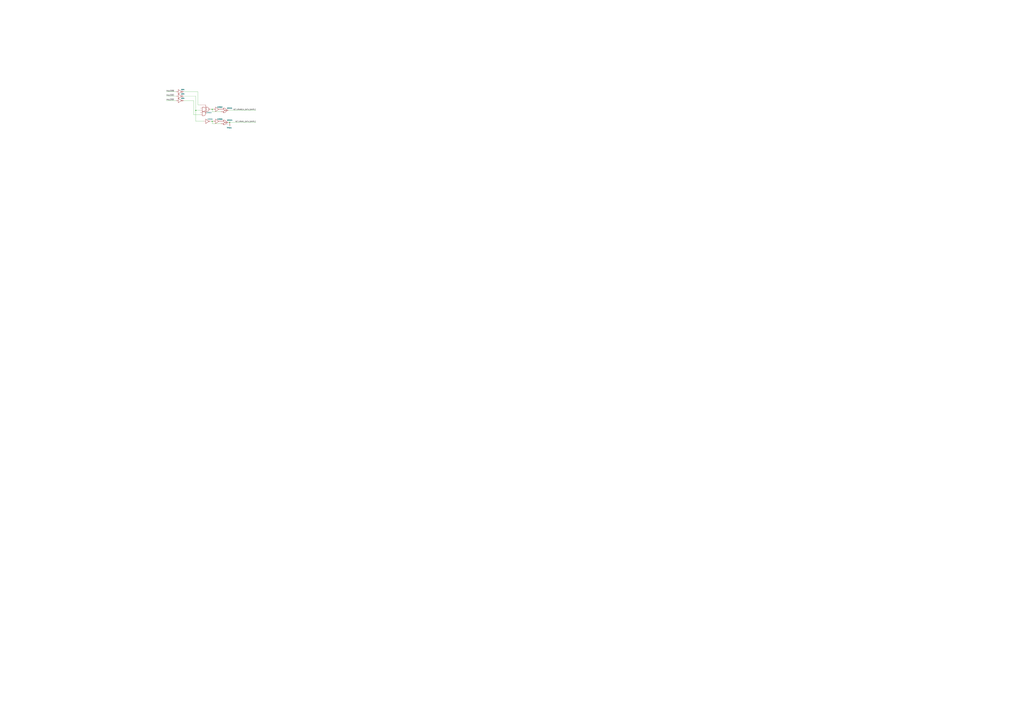
<source format=kicad_sch>
(kicad_sch (version 20230121) (generator eeschema)
  (paper "A0")
  (lib_symbols
    (symbol "Connector:TestPoint" (pin_numbers hide) (pin_names (offset 0.762) hide)
      (property "Reference" "TP" (at 0 6.858 0))
      (property "Value" "TestPoint" (at 0 5.08 0))
      (symbol "TestPoint_0_1"
        (circle (center 0 3.302) (radius 0.762))
      )
      (symbol "TestPoint_1_1"
        (pin passive line (at 0 0 90) (length 2.54) (name "1") (number "1"))
      )
    )
    (symbol "Raki_ASIC_cells:AOI221"
      (property "Value" "AOI221" (at 0 10.16 0))
      (symbol "AOI221_0_0"
        (arc (start -2.5175 -2.54) (mid 0.0001 0) (end -2.5175 2.54) (stroke (width 0.254)))
        (arc (start -2.5175 2.54) (mid 0.0001 5.08) (end -2.5175 7.62) (stroke (width 0.254)))
        (arc (start 0 -2.54) (mid 1.0521 0) (end 0 2.54) (stroke (width 0.254)))
        (polyline (pts (xy -3.81 2.54) (xy -3.81 -2.54)) (stroke (width 0.254)))
        (polyline (pts (xy -3.81 2.54) (xy -2.54 2.54)) (stroke (width 0.254)))
        (polyline (pts (xy -3.81 7.62) (xy -3.81 2.54)) (stroke (width 0.254)))
        (polyline (pts (xy -3.81 7.62) (xy -2.54 7.62)) (stroke (width 0.254)))
        (polyline (pts (xy -2.54 -2.54) (xy -3.81 -2.54)) (stroke (width 0.254)))
        (polyline (pts (xy -2.54 2.54) (xy -3.81 2.54)) (stroke (width 0.254)))
        (polyline (pts (xy 0 -2.54) (xy 0 -5.08)) (stroke (width 0.254)))
        (polyline (pts (xy 0 2.54) (xy 1.27 2.54)) (stroke (width 0.254)))
        (polyline (pts (xy 0 5.08) (xy 0 2.54)) (stroke (width 0.254)))
        (polyline (pts (xy 1.27 -2.54) (xy 0 -2.54)) (stroke (width 0.254)))
        (arc (start 1.2925 -2.54) (mid 3.8101 0) (end 1.2925 2.54) (stroke (width 0.254)))
      )
      (symbol "AOI221_1_1"
        (pin input line (at -6.35 -5.08 0) (length 6.35) (name "") (number ""))
        (pin input line (at -6.35 -1.27 0) (length 2.54) (name "") (number ""))
        (pin input line (at -6.35 1.27 0) (length 2.54) (name "") (number ""))
        (pin input line (at -6.35 3.81 0) (length 2.54) (name "") (number ""))
        (pin input line (at -6.35 6.35 0) (length 2.54) (name "") (number ""))
        (pin output inverted (at 6.35 0 180) (length 2.54) (name "") (number ""))
      )
    )
    (symbol "Raki_ASIC_cells:BUF"
      (property "Value" "BUF" (at 0 5.08 0))
      (symbol "BUF_0_0"
        (polyline (pts (xy -1.27 -2.54) (xy 2.54 0)) (stroke (width 0.254)))
        (polyline (pts (xy -1.27 2.54) (xy -1.27 -2.54)) (stroke (width 0.254)))
        (polyline (pts (xy -1.27 2.54) (xy 2.54 0)) (stroke (width 0.254)))
      )
      (symbol "BUF_1_1"
        (pin input line (at -3.81 0 0) (length 2.54) (name "") (number ""))
        (pin output line (at 5.08 0 180) (length 2.54) (name "") (number ""))
      )
    )
    (symbol "Raki_ASIC_cells:INV"
      (property "Value" "INV" (at 0 6.35 0))
      (symbol "INV_0_0"
        (polyline (pts (xy -1.27 -2.54) (xy 2.54 0)) (stroke (width 0.254)))
        (polyline (pts (xy -1.27 2.54) (xy -1.27 -2.54)) (stroke (width 0.254)))
        (polyline (pts (xy -1.27 2.54) (xy 2.54 0)) (stroke (width 0.254)))
      )
      (symbol "INV_1_1"
        (pin input line (at -3.81 0 0) (length 2.54) (name "") (number ""))
        (pin output inverted (at 5.08 0 180) (length 2.54) (name "") (number ""))
      )
    )
    (symbol "Raki_ASIC_cells:NOR2P"
      (property "Value" "NOR2P" (at 0 3.81 0))
      (symbol "NOR2P_0_0"
        (arc (start -1.27 -2.54) (mid -0.2179 0) (end -1.27 2.54) (stroke (width 0.254)))
        (polyline (pts (xy -1.27 2.54) (xy 0 2.54)) (stroke (width 0.254)))
        (polyline (pts (xy 0 -2.54) (xy -1.27 -2.54)) (stroke (width 0.254)))
        (arc (start 0.0225 -2.54) (mid 2.5401 0) (end 0.0225 2.54) (stroke (width 0.254)))
      )
      (symbol "NOR2P_0_1"
        (polyline (pts (xy 1.016 0.889) (xy 0.508 -0.127) (xy 1.27 -0.127) (xy 1.016 -0.889) (xy 1.524 0.127) (xy 0.762 0.127) (xy 1.016 0.889)) (fill (type outline)))
      )
      (symbol "NOR2P_1_1"
        (pin input line (at -3.81 -1.27 0) (length 3.36) (name "") (number ""))
        (pin input line (at -3.81 1.27 0) (length 3.36) (name "") (number ""))
        (pin output inverted (at 5.08 0 180) (length 2.54) (name "") (number ""))
      )
    )
  )
  (junction (at 227.33 128.27))
  (junction (at 266.7 142.24))
  (junction (at 246.38 140.97))
  (junction (at 246.38 127))
  (wire (pts (xy 227.33 128.27) (xy 232.41 128.27)))
  (wire (pts (xy 193.04 116.84) (xy 204.47 116.84)))
  (wire (pts (xy 236.22 140.97) (xy 227.33 140.97)))
  (wire (pts (xy 245.11 140.97) (xy 246.38 140.97)))
  (wire (pts (xy 193.04 106.68) (xy 204.47 106.68)))
  (wire (pts (xy 224.79 133.35) (xy 232.41 133.35)))
  (wire (pts (xy 213.36 116.84) (xy 224.79 116.84)))
  (wire (pts (xy 256.54 143.51) (xy 246.38 143.51)))
  (wire (pts (xy 229.87 106.68) (xy 229.87 121.92)))
  (wire (pts (xy 265.43 142.24) (xy 266.7 142.24)))
  (wire (pts (xy 193.04 111.76) (xy 204.47 111.76)))
  (wire (pts (xy 224.79 116.84) (xy 224.79 133.35)))
  (wire (pts (xy 229.87 121.92) (xy 232.41 121.92)))
  (wire (pts (xy 266.7 142.24) (xy 297.18 142.24)))
  (wire (pts (xy 227.33 140.97) (xy 227.33 128.27)))
  (wire (pts (xy 246.38 127) (xy 247.65 127)))
  (wire (pts (xy 246.38 129.54) (xy 246.38 127)))
  (wire (pts (xy 265.43 128.27) (xy 297.18 128.27)))
  (wire (pts (xy 227.33 111.76) (xy 227.33 128.27)))
  (wire (pts (xy 213.36 106.68) (xy 229.87 106.68)))
  (wire (pts (xy 246.38 140.97) (xy 247.65 140.97)))
  (wire (pts (xy 245.11 127) (xy 246.38 127)))
  (wire (pts (xy 246.38 143.51) (xy 246.38 140.97)))
  (wire (pts (xy 256.54 129.54) (xy 246.38 129.54)))
  (wire (pts (xy 213.36 111.76) (xy 227.33 111.76)))
  (label "PAD.~{CASX}" (at 193.04 116.84 0))
  (label "PAD.~{CAS0}" (at 193.04 106.68 0))
  (label "NET.VRAM1_DATA_SAMPLE" (at 297.18 142.24 180))
  (label "PAD.~{CAS1}" (at 193.04 111.76 0))
  (label "NET.VRAM01X_DATA_SAMPLE" (at 297.18 128.27 180))
  (symbol (lib_id "Raki_ASIC_cells:BUF") (at 251.46 140.97 0) (unit 1)
    (property "Reference" "U262" (effects hide))
    (property "Value" "GR005" (at 255.27 138.43 0))
  )
  (symbol (lib_id "Raki_ASIC_cells:INV") (at 208.28 116.84 0) (unit 1)
    (property "Reference" "U261" (effects hide))
    (property "Value" "IDRV" (at 212.09 114.3 0))
  )
  (symbol (lib_id "Raki_ASIC_cells:AOI221") (at 238.76 127 0) (mirror x) (unit 1)
    (property "Reference" "U258" (effects hide))
    (property "Value" "GR003" (at 242.57 130.81 0))
  )
  (symbol (lib_id "Raki_ASIC_cells:BUF") (at 251.46 127 0) (unit 1)
    (property "Reference" "U257" (effects hide))
    (property "Value" "GR002" (at 255.27 124.46 0))
  )
  (symbol (lib_id "Raki_ASIC_cells:INV") (at 240.03 140.97 0) (unit 1)
    (property "Reference" "U263" (effects hide))
    (property "Value" "GR006" (at 243.84 138.43 0))
  )
  (symbol (lib_id "Raki_ASIC_cells:INV") (at 208.28 106.68 0) (unit 1)
    (property "Reference" "U260" (effects hide))
    (property "Value" "IDRV" (at 212.09 104.14 0))
  )
  (symbol (lib_id "Raki_ASIC_cells:NOR2P") (at 260.35 142.24 0) (unit 1)
    (property "Reference" "U190" (effects hide))
    (property "Value" "GR004" (at 266.7 139.7 0))
    (instances (project "V9958" (path "" (reference "U190") (unit 1)) (path "" (reference "U250") (unit 1)) (path "" (reference "U256") (unit 1))))
  )
  (symbol (lib_id "Raki_ASIC_cells:INV") (at 208.28 111.76 0) (unit 1)
    (property "Reference" "U259" (effects hide))
    (property "Value" "IDRV" (at 212.09 109.22 0))
  )
  (symbol (lib_id "Raki_ASIC_cells:NOR2P") (at 260.35 128.27 0) (unit 1)
    (property "Reference" "U190" (effects hide))
    (property "Value" "GR001" (at 266.7 125.73 0))
    (instances (project "V9958" (path "" (reference "U190") (unit 1)) (path "" (reference "U250") (unit 1)) (path "" (reference "U255") (unit 1))))
  )
  (symbol (lib_id "Connector:TestPoint") (at 266.7 142.24 180) (unit 1)
    (property "Reference" "TP001" (at 269.24 148.59 0) (effects (justify left)))
    (property "Value" "~" (at 264.16 144.272 0) (effects (justify left)))
    (instances (project "V9958" (path "" (reference "TP001") (unit 1)) (path "" (reference "TP001") (unit 1)) (path "" (reference "TP003") (unit 1))))
  )
)
</source>
